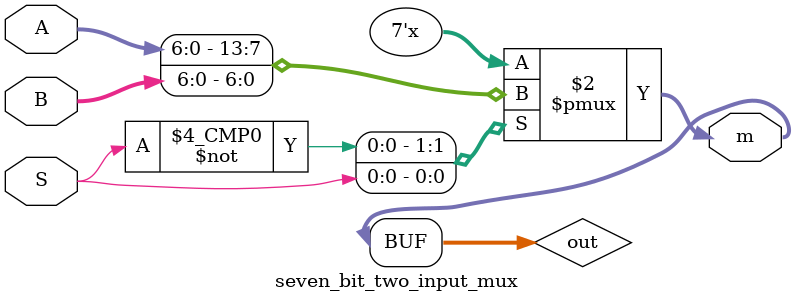
<source format=v>
module seven_bit_two_input_mux (A,B,S,m);

	input wire [6:0] A, B;
	input wire S;
	output wire [6:0]m;
	reg [6:0]out;
	always @*
		case (S)
		1'b0: out= A;
		1'b1: out= B;
		endcase
		assign m=out;
		
endmodule

</source>
